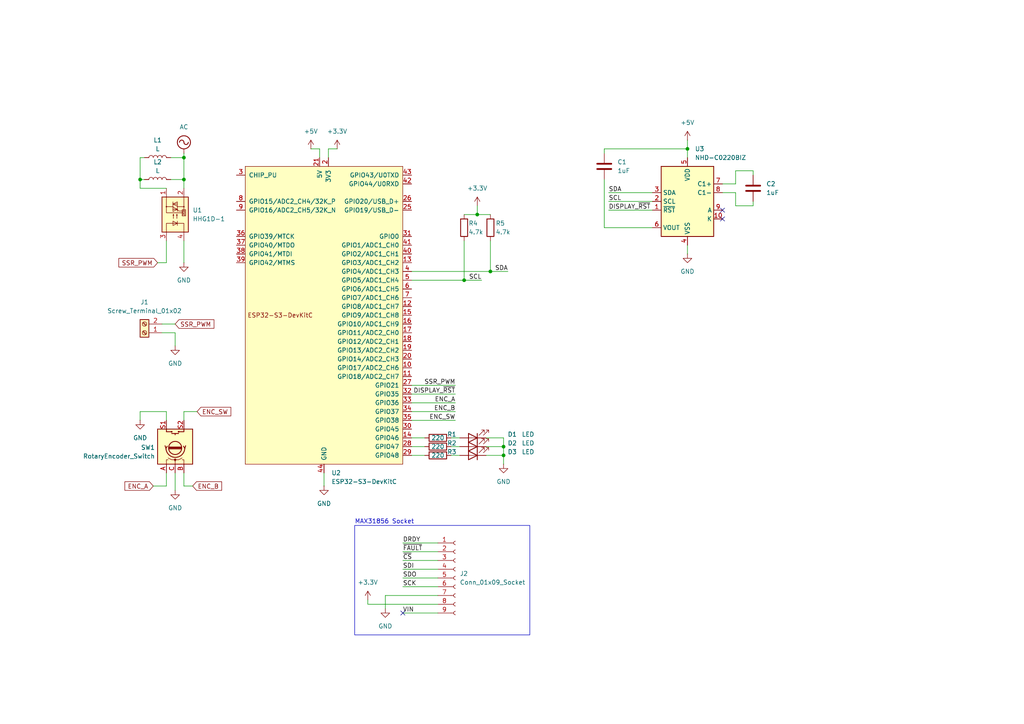
<source format=kicad_sch>
(kicad_sch (version 20250114) (generator "eeschema") (generator_version "9.0")
  (paper "A4")
  (lib_symbols
    (symbol "Connector:Conn_01x09_Socket" (pin_names (offset 1.016) (hide yes))
      (property "Reference" "J" (at 0 12.7 0))
      (property "Value" "Conn_01x09_Socket" (at 0 -12.7 0))
      (symbol "Conn_01x09_Socket_1_1"
        (polyline (pts (xy -1.27 10.16) (xy -0.508 10.16)) (stroke (width 0.1524)))
        (polyline (pts (xy -1.27 7.62) (xy -0.508 7.62)) (stroke (width 0.1524)))
        (polyline (pts (xy -1.27 5.08) (xy -0.508 5.08)) (stroke (width 0.1524)))
        (polyline (pts (xy -1.27 2.54) (xy -0.508 2.54)) (stroke (width 0.1524)))
        (polyline (pts (xy -1.27 0) (xy -0.508 0)) (stroke (width 0.1524)))
        (polyline (pts (xy -1.27 -2.54) (xy -0.508 -2.54)) (stroke (width 0.1524)))
        (polyline (pts (xy -1.27 -5.08) (xy -0.508 -5.08)) (stroke (width 0.1524)))
        (polyline (pts (xy -1.27 -7.62) (xy -0.508 -7.62)) (stroke (width 0.1524)))
        (polyline (pts (xy -1.27 -10.16) (xy -0.508 -10.16)) (stroke (width 0.1524)))
        (arc (start 0 9.652) (mid -0.5058 10.16) (end 0 10.668) (stroke (width 0.1524)))
        (arc (start 0 7.112) (mid -0.5058 7.62) (end 0 8.128) (stroke (width 0.1524)))
        (arc (start 0 4.572) (mid -0.5058 5.08) (end 0 5.588) (stroke (width 0.1524)))
        (arc (start 0 2.032) (mid -0.5058 2.54) (end 0 3.048) (stroke (width 0.1524)))
        (arc (start 0 -0.508) (mid -0.5058 0) (end 0 0.508) (stroke (width 0.1524)))
        (arc (start 0 -3.048) (mid -0.5058 -2.54) (end 0 -2.032) (stroke (width 0.1524)))
        (arc (start 0 -5.588) (mid -0.5058 -5.08) (end 0 -4.572) (stroke (width 0.1524)))
        (arc (start 0 -8.128) (mid -0.5058 -7.62) (end 0 -7.112) (stroke (width 0.1524)))
        (arc (start 0 -10.668) (mid -0.5058 -10.16) (end 0 -9.652) (stroke (width 0.1524)))
        (pin passive line (at -5.08 10.16 0) (length 3.81) (name "Pin_1") (number "1"))
        (pin passive line (at -5.08 7.62 0) (length 3.81) (name "Pin_2") (number "2"))
        (pin passive line (at -5.08 5.08 0) (length 3.81) (name "Pin_3") (number "3"))
        (pin passive line (at -5.08 2.54 0) (length 3.81) (name "Pin_4") (number "4"))
        (pin passive line (at -5.08 0 0) (length 3.81) (name "Pin_5") (number "5"))
        (pin passive line (at -5.08 -2.54 0) (length 3.81) (name "Pin_6") (number "6"))
        (pin passive line (at -5.08 -5.08 0) (length 3.81) (name "Pin_7") (number "7"))
        (pin passive line (at -5.08 -7.62 0) (length 3.81) (name "Pin_8") (number "8"))
        (pin passive line (at -5.08 -10.16 0) (length 3.81) (name "Pin_9") (number "9"))
      )
    )
    (symbol "Connector:Screw_Terminal_01x02" (pin_names (offset 1.016) (hide yes))
      (property "Reference" "J" (at 0 2.54 0))
      (property "Value" "Screw_Terminal_01x02" (at 0 -5.08 0))
      (symbol "Screw_Terminal_01x02_1_1"
        (rectangle (start -1.27 1.27) (end 1.27 -3.81) (stroke (width 0.254)) (fill (type background)))
        (polyline (pts (xy -0.5334 0.3302) (xy 0.3302 -0.508)) (stroke (width 0.1524)))
        (polyline (pts (xy -0.5334 -2.2098) (xy 0.3302 -3.048)) (stroke (width 0.1524)))
        (polyline (pts (xy -0.3556 0.508) (xy 0.508 -0.3302)) (stroke (width 0.1524)))
        (polyline (pts (xy -0.3556 -2.032) (xy 0.508 -2.8702)) (stroke (width 0.1524)))
        (circle (center 0 0) (radius 0.635) (stroke (width 0.1524)))
        (circle (center 0 -2.54) (radius 0.635) (stroke (width 0.1524)))
        (pin passive line (at -5.08 0 0) (length 3.81) (name "Pin_1") (number "1"))
        (pin passive line (at -5.08 -2.54 0) (length 3.81) (name "Pin_2") (number "2"))
      )
    )
    (symbol "Device:C" (pin_numbers (hide yes)) (pin_names (offset 0.254))
      (property "Reference" "C" (at 0.635 2.54 0))
      (property "Value" "C" (at 0.635 -2.54 0))
      (symbol "C_0_1"
        (polyline (pts (xy -2.032 0.762) (xy 2.032 0.762)) (stroke (width 0.508)))
        (polyline (pts (xy -2.032 -0.762) (xy 2.032 -0.762)) (stroke (width 0.508)))
      )
      (symbol "C_1_1"
        (pin passive line (at 0 3.81 270) (length 2.794) (name "~") (number "1"))
        (pin passive line (at 0 -3.81 90) (length 2.794) (name "~") (number "2"))
      )
    )
    (symbol "Device:L" (pin_numbers (hide yes)) (pin_names (offset 1.016) (hide yes))
      (property "Reference" "L" (at -1.27 0 90))
      (property "Value" "L" (at 1.905 0 90))
      (symbol "L_0_1"
        (arc (start 0 2.54) (mid 0.6323 1.905) (end 0 1.27))
        (arc (start 0 1.27) (mid 0.6323 0.635) (end 0 0))
        (arc (start 0 0) (mid 0.6323 -0.635) (end 0 -1.27))
        (arc (start 0 -1.27) (mid 0.6323 -1.905) (end 0 -2.54))
      )
      (symbol "L_1_1"
        (pin passive line (at 0 3.81 270) (length 1.27) (name "1") (number "1"))
        (pin passive line (at 0 -3.81 90) (length 1.27) (name "2") (number "2"))
      )
    )
    (symbol "Device:LED" (pin_numbers (hide yes)) (pin_names (offset 1.016) (hide yes))
      (property "Reference" "D" (at 0 2.54 0))
      (property "Value" "LED" (at 0 -2.54 0))
      (symbol "LED_0_1"
        (polyline (pts (xy -3.048 -0.762) (xy -4.572 -2.286) (xy -3.81 -2.286) (xy -4.572 -2.286) (xy -4.572 -1.524)))
        (polyline (pts (xy -1.778 -0.762) (xy -3.302 -2.286) (xy -2.54 -2.286) (xy -3.302 -2.286) (xy -3.302 -1.524)))
        (polyline (pts (xy -1.27 0) (xy 1.27 0)))
        (polyline (pts (xy -1.27 -1.27) (xy -1.27 1.27)) (stroke (width 0.254)))
        (polyline (pts (xy 1.27 -1.27) (xy 1.27 1.27) (xy -1.27 0) (xy 1.27 -1.27)) (stroke (width 0.254)))
      )
      (symbol "LED_1_1"
        (pin passive line (at -3.81 0 0) (length 2.54) (name "K") (number "1"))
        (pin passive line (at 3.81 0 180) (length 2.54) (name "A") (number "2"))
      )
    )
    (symbol "Device:R" (pin_numbers (hide yes)) (pin_names (offset 0))
      (property "Reference" "R" (at 2.032 0 90))
      (property "Value" "R" (at 0 0 90))
      (symbol "R_0_1"
        (rectangle (start -1.016 -2.54) (end 1.016 2.54) (stroke (width 0.254)))
      )
      (symbol "R_1_1"
        (pin passive line (at 0 3.81 270) (length 1.27) (name "~") (number "1"))
        (pin passive line (at 0 -3.81 90) (length 1.27) (name "~") (number "2"))
      )
    )
    (symbol "Device:RotaryEncoder_Switch" (pin_names (offset 0.254) (hide yes))
      (property "Reference" "SW" (at 0 6.604 0))
      (property "Value" "RotaryEncoder_Switch" (at 0 -6.604 0))
      (symbol "RotaryEncoder_Switch_0_1"
        (rectangle (start -5.08 5.08) (end 5.08 -5.08) (stroke (width 0.254)) (fill (type background)))
        (polyline (pts (xy -5.08 2.54) (xy -3.81 2.54) (xy -3.81 2.032)))
        (polyline (pts (xy -5.08 0) (xy -3.81 0) (xy -3.81 -1.016) (xy -3.302 -2.032)))
        (polyline (pts (xy -5.08 -2.54) (xy -3.81 -2.54) (xy -3.81 -2.032)))
        (polyline (pts (xy -4.318 0) (xy -3.81 0) (xy -3.81 1.016) (xy -3.302 2.032)))
        (circle (center -3.81 0) (radius 0.254) (fill (type outline)))
        (polyline (pts (xy -0.635 -1.778) (xy -0.635 1.778)) (stroke (width 0.254)))
        (circle (center -0.381 0) (radius 1.905) (stroke (width 0.254)))
        (polyline (pts (xy -0.381 -1.778) (xy -0.381 1.778)) (stroke (width 0.254)))
        (arc (start -0.381 -2.794) (mid -3.0988 -0.0635) (end -0.381 2.667) (stroke (width 0.254)))
        (polyline (pts (xy -0.127 1.778) (xy -0.127 -1.778)) (stroke (width 0.254)))
        (polyline (pts (xy 0.254 2.921) (xy -0.508 2.667) (xy 0.127 2.286)) (stroke (width 0.254)))
        (polyline (pts (xy 0.254 -3.048) (xy -0.508 -2.794) (xy 0.127 -2.413)) (stroke (width 0.254)))
        (polyline (pts (xy 3.81 1.016) (xy 3.81 -1.016)) (stroke (width 0.254)))
        (polyline (pts (xy 3.81 0) (xy 3.429 0)) (stroke (width 0.254)))
        (circle (center 4.318 1.016) (radius 0.127) (stroke (width 0.254)))
        (circle (center 4.318 -1.016) (radius 0.127) (stroke (width 0.254)))
        (polyline (pts (xy 5.08 2.54) (xy 4.318 2.54) (xy 4.318 1.016)) (stroke (width 0.254)))
        (polyline (pts (xy 5.08 -2.54) (xy 4.318 -2.54) (xy 4.318 -1.016)) (stroke (width 0.254)))
      )
      (symbol "RotaryEncoder_Switch_1_1"
        (pin passive line (at -7.62 2.54 0) (length 2.54) (name "A") (number "A"))
        (pin passive line (at -7.62 0 0) (length 2.54) (name "C") (number "C"))
        (pin passive line (at -7.62 -2.54 0) (length 2.54) (name "B") (number "B"))
        (pin passive line (at 7.62 2.54 180) (length 2.54) (name "S1") (number "S1"))
        (pin passive line (at 7.62 -2.54 180) (length 2.54) (name "S2") (number "S2"))
      )
    )
    (symbol "Display_Character:NHD-C0220BIZ"
      (property "Reference" "U" (at -6.35 11.43 0))
      (property "Value" "NHD-C0220BIZ" (at 8.89 11.43 0))
      (symbol "NHD-C0220BIZ_0_1"
        (rectangle (start -7.62 10.16) (end 7.62 -10.16) (stroke (width 0.254)) (fill (type background)))
      )
      (symbol "NHD-C0220BIZ_1_1"
        (pin bidirectional line (at -10.16 2.54 0) (length 2.54) (name "SDA") (number "3"))
        (pin input line (at -10.16 0 0) (length 2.54) (name "SCL") (number "2"))
        (pin input line (at -10.16 -2.54 0) (length 2.54) (name "~{RST}") (number "1"))
        (pin passive line (at -10.16 -7.62 0) (length 2.54) (name "VOUT") (number "6"))
        (pin power_in line (at 0 12.7 270) (length 2.54) (name "VDD") (number "5"))
        (pin power_in line (at 0 -12.7 90) (length 2.54) (name "VSS") (number "4"))
        (pin passive line (at 10.16 5.08 180) (length 2.54) (name "C1+") (number "7"))
        (pin passive line (at 10.16 2.54 180) (length 2.54) (name "C1-") (number "8"))
        (pin passive line (at 10.16 -2.54 180) (length 2.54) (name "A") (number "9"))
        (pin passive line (at 10.16 -5.08 180) (length 2.54) (name "K") (number "10"))
      )
    )
    (symbol "PCM_Espressif:ESP32-S3-DevKitC" (pin_names (offset 1.016))
      (property "Reference" "U" (at -22.86 48.26 0))
      (property "Value" "ESP32-S3-DevKitC" (at -22.86 45.72 0))
      (symbol "ESP32-S3-DevKitC_0_0"
        (text "ESP32-S3-DevKitC" (at -12.7 0 0) (effects (font (size 1.27 1.27))))
        (pin bidirectional line (at -25.4 15.24 0) (length 2.54) (name "GPIO42/MTMS") (number "39"))
        (pin power_in line (at 0 -45.72 90) (length 2.54) (name "GND") (number "44"))
        (pin bidirectional line (at 25.4 40.64 180) (length 2.54) (name "GPIO43/U0TXD") (number "43"))
        (pin bidirectional line (at 25.4 38.1 180) (length 2.54) (name "GPIO44/U0RXD") (number "42"))
        (pin bidirectional line (at 25.4 20.32 180) (length 2.54) (name "GPIO1/ADC1_CH0") (number "41"))
        (pin bidirectional line (at 25.4 17.78 180) (length 2.54) (name "GPIO2/ADC1_CH1") (number "40"))
        (pin bidirectional line (at 25.4 -10.16 180) (length 2.54) (name "GPIO13/ADC2_CH2") (number "19"))
        (pin bidirectional line (at 25.4 -35.56 180) (length 2.54) (name "GPIO46") (number "14"))
      )
      (symbol "ESP32-S3-DevKitC_0_1"
        (rectangle (start -22.86 43.18) (end 22.86 -43.18) (fill (type background)))
        (pin power_in line (at 1.27 45.72 270) (length 2.54) (name "3V3") (number "2"))
      )
      (symbol "ESP32-S3-DevKitC_1_1"
        (pin input line (at -25.4 40.64 0) (length 2.54) (name "CHIP_PU") (number "3"))
        (pin bidirectional line (at -25.4 33.02 0) (length 2.54) (name "GPIO15/ADC2_CH4/32K_P") (number "8"))
        (pin bidirectional line (at -25.4 30.48 0) (length 2.54) (name "GPIO16/ADC2_CH5/32K_N") (number "9"))
        (pin bidirectional line (at -25.4 22.86 0) (length 2.54) (name "GPIO39/MTCK") (number "36"))
        (pin bidirectional line (at -25.4 20.32 0) (length 2.54) (name "GPIO40/MTDO") (number "37"))
        (pin bidirectional line (at -25.4 17.78 0) (length 2.54) (name "GPIO41/MTDI") (number "38"))
        (pin power_in line (at -1.27 45.72 270) (length 2.54) (name "5V") (number "21"))
        (pin passive line (at 0 -45.72 90) (length 2.54) (hide yes) (name "GND") (number "22"))
        (pin passive line (at 0 -45.72 90) (length 2.54) (hide yes) (name "GND") (number "23"))
        (pin passive line (at 0 -45.72 90) (length 2.54) (hide yes) (name "GND") (number "24"))
        (pin passive line (at 1.27 45.72 270) (length 2.54) (hide yes) (name "3V3") (number "1"))
        (pin bidirectional line (at 25.4 33.02 180) (length 2.54) (name "GPIO20/USB_D+") (number "26"))
        (pin bidirectional line (at 25.4 30.48 180) (length 2.54) (name "GPIO19/USB_D-") (number "25"))
        (pin bidirectional line (at 25.4 22.86 180) (length 2.54) (name "GPIO0") (number "31"))
        (pin bidirectional line (at 25.4 15.24 180) (length 2.54) (name "GPIO3/ADC1_CH2") (number "13"))
        (pin bidirectional line (at 25.4 12.7 180) (length 2.54) (name "GPIO4/ADC1_CH3") (number "4"))
        (pin bidirectional line (at 25.4 10.16 180) (length 2.54) (name "GPIO5/ADC1_CH4") (number "5"))
        (pin bidirectional line (at 25.4 7.62 180) (length 2.54) (name "GPIO6/ADC1_CH5") (number "6"))
        (pin bidirectional line (at 25.4 5.08 180) (length 2.54) (name "GPIO7/ADC1_CH6") (number "7"))
        (pin bidirectional line (at 25.4 2.54 180) (length 2.54) (name "GPIO8/ADC1_CH7") (number "12"))
        (pin bidirectional line (at 25.4 0 180) (length 2.54) (name "GPIO9/ADC1_CH8") (number "15"))
        (pin bidirectional line (at 25.4 -2.54 180) (length 2.54) (name "GPIO10/ADC1_CH9") (number "16"))
        (pin bidirectional line (at 25.4 -5.08 180) (length 2.54) (name "GPIO11/ADC2_CH0") (number "17"))
        (pin bidirectional line (at 25.4 -7.62 180) (length 2.54) (name "GPIO12/ADC2_CH1") (number "18"))
        (pin bidirectional line (at 25.4 -12.7 180) (length 2.54) (name "GPIO14/ADC2_CH3") (number "20"))
        (pin bidirectional line (at 25.4 -15.24 180) (length 2.54) (name "GPIO17/ADC2_CH6") (number "10"))
        (pin bidirectional line (at 25.4 -17.78 180) (length 2.54) (name "GPIO18/ADC2_CH7") (number "11"))
        (pin bidirectional line (at 25.4 -20.32 180) (length 2.54) (name "GPIO21") (number "27"))
        (pin bidirectional line (at 25.4 -22.86 180) (length 2.54) (name "GPIO35") (number "32"))
        (pin bidirectional line (at 25.4 -25.4 180) (length 2.54) (name "GPIO36") (number "33"))
        (pin bidirectional line (at 25.4 -27.94 180) (length 2.54) (name "GPIO37") (number "34"))
        (pin bidirectional line (at 25.4 -30.48 180) (length 2.54) (name "GPIO38") (number "35"))
        (pin bidirectional line (at 25.4 -33.02 180) (length 2.54) (name "GPIO45") (number "30"))
        (pin bidirectional line (at 25.4 -38.1 180) (length 2.54) (name "GPIO47") (number "28"))
        (pin bidirectional line (at 25.4 -40.64 180) (length 2.54) (name "GPIO48") (number "29"))
      )
    )
    (symbol "Relay_SolidState:HHG1D-1"
      (property "Reference" "U" (at -5.08 5.08 0))
      (property "Value" "HHG1D-1" (at 0 5.08 0))
      (symbol "HHG1D-1_0_0"
        (rectangle (start -0.381 -2.032) (end 1.397 -3.048))
        (polyline (pts (xy 1.524 -0.635) (xy 1.016 -1.016) (xy 1.016 -2.032)))
        (polyline (pts (xy 2.286 -2.54) (xy 1.397 -2.54)))
        (text "ZCD" (at 0.508 -2.54 0) (effects (font (size 0.508 0.508))))
      )
      (symbol "HHG1D-1_0_1"
        (rectangle (start -5.08 3.81) (end 5.08 -3.81) (stroke (width 0.254)) (fill (type background)))
        (polyline (pts (xy -5.08 2.54) (xy -2.54 2.54) (xy -2.54 -2.54) (xy -5.08 -2.54)))
        (polyline (pts (xy -3.175 -0.635) (xy -1.905 -0.635)))
        (polyline (pts (xy -2.54 -0.635) (xy -3.175 0.635) (xy -1.905 0.635) (xy -2.54 -0.635)))
        (polyline (pts (xy -1.143 0.508) (xy 0.127 0.508) (xy -0.254 0.381) (xy -0.254 0.635) (xy 0.127 0.508)))
        (polyline (pts (xy -1.143 -0.508) (xy 0.127 -0.508) (xy -0.254 -0.635) (xy -0.254 -0.381) (xy 0.127 -0.508)))
        (polyline (pts (xy 0.889 -0.635) (xy 3.683 -0.635) (xy 3.048 0.635) (xy 2.413 -0.635)))
        (polyline (pts (xy 1.524 -0.635) (xy 1.524 0.635)))
        (polyline (pts (xy 2.286 2.54) (xy 0.508 2.54) (xy 0.508 -2.032)))
        (circle (center 2.286 2.54) (radius 0.127))
        (polyline (pts (xy 2.286 0.635) (xy 2.286 2.54) (xy 5.08 2.54)))
        (polyline (pts (xy 2.286 -0.635) (xy 2.286 -2.54) (xy 5.08 -2.54)))
        (circle (center 2.286 -2.54) (radius 0.127))
        (polyline (pts (xy 3.048 0.635) (xy 3.048 -0.635)))
        (polyline (pts (xy 3.683 0.635) (xy 0.889 0.635) (xy 1.524 -0.635) (xy 2.159 0.635)))
      )
      (symbol "HHG1D-1_1_1"
        (pin passive line (at -7.62 2.54 0) (length 2.54) (name "~") (number "3"))
        (pin passive line (at -7.62 -2.54 0) (length 2.54) (name "~") (number "4"))
        (pin passive line (at 7.62 2.54 180) (length 2.54) (name "~") (number "1"))
        (pin passive line (at 7.62 -2.54 180) (length 2.54) (name "~") (number "2"))
      )
    )
    (symbol "power:+3.3V" (power) (pin_numbers (hide yes)) (pin_names (offset 0) (hide yes))
      (property "Value" "+3.3V" (at 0 3.556 0))
      (symbol "+3.3V_0_1"
        (polyline (pts (xy -0.762 1.27) (xy 0 2.54)))
        (polyline (pts (xy 0 2.54) (xy 0.762 1.27)))
        (polyline (pts (xy 0 0) (xy 0 2.54)))
      )
      (symbol "+3.3V_1_1"
        (pin power_in line (at 0 0 90) (length 0) (name "~") (number "1"))
      )
    )
    (symbol "power:+5V" (power) (pin_numbers (hide yes)) (pin_names (offset 0) (hide yes))
      (property "Value" "+5V" (at 0 3.556 0))
      (symbol "+5V_0_1"
        (polyline (pts (xy -0.762 1.27) (xy 0 2.54)))
        (polyline (pts (xy 0 2.54) (xy 0.762 1.27)))
        (polyline (pts (xy 0 0) (xy 0 2.54)))
      )
      (symbol "+5V_1_1"
        (pin power_in line (at 0 0 90) (length 0) (name "~") (number "1"))
      )
    )
    (symbol "power:AC" (power) (pin_numbers (hide yes)) (pin_names (offset 0) (hide yes))
      (property "Value" "AC" (at 0 6.35 0))
      (symbol "AC_0_1"
        (arc (start -1.27 3.175) (mid -0.635 3.8073) (end 0 3.175) (stroke (width 0.254)))
        (circle (center 0 3.175) (radius 1.905) (stroke (width 0.254)))
        (polyline (pts (xy 0 0) (xy 0 1.27)))
        (arc (start 1.27 3.175) (mid 0.635 2.5427) (end 0 3.175) (stroke (width 0.254)))
      )
      (symbol "AC_1_1"
        (pin power_in line (at 0 0 90) (length 0) (name "~") (number "1"))
      )
    )
    (symbol "power:GND" (power) (pin_numbers (hide yes)) (pin_names (offset 0) (hide yes))
      (property "Value" "GND" (at 0 -3.81 0))
      (symbol "GND_0_1"
        (polyline (pts (xy 0 0) (xy 0 -1.27) (xy 1.27 -1.27) (xy 0 -2.54) (xy -1.27 -1.27) (xy 0 -1.27)))
      )
      (symbol "GND_1_1"
        (pin power_in line (at 0 0 270) (length 0) (name "~") (number "1"))
      )
    )
  )
  (rectangle (start 102.87 152.4) (end 153.67 184.15))
  (text "MAX31856 Socket" (at 111.506 151.384 0) (effects (font (size 1.27 1.27))))
  (junction (at 138.43 62.23))
  (junction (at 53.34 45.72))
  (junction (at 142.24 78.74))
  (junction (at 146.05 132.08))
  (junction (at 40.64 52.07))
  (junction (at 134.62 81.28))
  (junction (at 53.34 52.07))
  (junction (at 199.39 43.18))
  (junction (at 146.05 129.54))
  (no_connect (at 116.84 177.8))
  (no_connect (at 209.55 60.96))
  (no_connect (at 209.55 63.5))
  (wire (pts (xy 134.62 62.23) (xy 138.43 62.23)))
  (wire (pts (xy 48.26 140.97) (xy 44.45 140.97)))
  (wire (pts (xy 119.38 129.54) (xy 123.19 129.54)))
  (wire (pts (xy 218.44 59.69) (xy 218.44 58.42)))
  (wire (pts (xy 130.81 127) (xy 133.35 127)))
  (wire (pts (xy 213.36 59.69) (xy 218.44 59.69)))
  (wire (pts (xy 134.62 81.28) (xy 139.7 81.28)))
  (wire (pts (xy 111.76 172.72) (xy 111.76 176.53)))
  (wire (pts (xy 218.44 49.53) (xy 218.44 50.8)))
  (wire (pts (xy 46.99 96.52) (xy 50.8 96.52)))
  (wire (pts (xy 40.64 52.07) (xy 40.64 45.72)))
  (wire (pts (xy 130.81 132.08) (xy 133.35 132.08)))
  (wire (pts (xy 93.98 137.16) (xy 93.98 140.97)))
  (wire (pts (xy 199.39 40.64) (xy 199.39 43.18)))
  (wire (pts (xy 116.84 160.02) (xy 127 160.02)))
  (wire (pts (xy 95.25 43.18) (xy 97.79 43.18)))
  (wire (pts (xy 49.53 45.72) (xy 53.34 45.72)))
  (wire (pts (xy 106.68 175.26) (xy 106.68 173.99)))
  (wire (pts (xy 53.34 119.38) (xy 57.15 119.38)))
  (wire (pts (xy 40.64 119.38) (xy 48.26 119.38)))
  (wire (pts (xy 48.26 119.38) (xy 48.26 121.92)))
  (wire (pts (xy 209.55 53.34) (xy 213.36 53.34)))
  (wire (pts (xy 119.38 121.92) (xy 132.08 121.92)))
  (wire (pts (xy 92.71 43.18) (xy 90.17 43.18)))
  (wire (pts (xy 50.8 137.16) (xy 50.8 142.24)))
  (wire (pts (xy 116.84 157.48) (xy 127 157.48)))
  (wire (pts (xy 199.39 71.12) (xy 199.39 73.66)))
  (wire (pts (xy 119.38 78.74) (xy 142.24 78.74)))
  (wire (pts (xy 53.34 140.97) (xy 55.88 140.97)))
  (wire (pts (xy 119.38 81.28) (xy 134.62 81.28)))
  (wire (pts (xy 40.64 52.07) (xy 41.91 52.07)))
  (wire (pts (xy 92.71 45.72) (xy 92.71 43.18)))
  (wire (pts (xy 116.84 167.64) (xy 127 167.64)))
  (wire (pts (xy 50.8 96.52) (xy 50.8 100.33)))
  (wire (pts (xy 175.26 52.07) (xy 175.26 66.04)))
  (wire (pts (xy 48.26 137.16) (xy 48.26 140.97)))
  (wire (pts (xy 142.24 78.74) (xy 147.32 78.74)))
  (wire (pts (xy 53.34 121.92) (xy 53.34 119.38)))
  (wire (pts (xy 116.84 165.1) (xy 127 165.1)))
  (wire (pts (xy 209.55 55.88) (xy 213.36 55.88)))
  (wire (pts (xy 175.26 66.04) (xy 189.23 66.04)))
  (wire (pts (xy 138.43 62.23) (xy 142.24 62.23)))
  (wire (pts (xy 213.36 55.88) (xy 213.36 59.69)))
  (wire (pts (xy 53.34 44.45) (xy 53.34 45.72)))
  (wire (pts (xy 142.24 69.85) (xy 142.24 78.74)))
  (wire (pts (xy 176.53 60.96) (xy 189.23 60.96)))
  (wire (pts (xy 213.36 49.53) (xy 218.44 49.53)))
  (wire (pts (xy 176.53 58.42) (xy 189.23 58.42)))
  (wire (pts (xy 213.36 53.34) (xy 213.36 49.53)))
  (wire (pts (xy 40.64 54.61) (xy 48.26 54.61)))
  (wire (pts (xy 40.64 45.72) (xy 41.91 45.72)))
  (wire (pts (xy 134.62 69.85) (xy 134.62 81.28)))
  (wire (pts (xy 45.72 76.2) (xy 48.26 76.2)))
  (wire (pts (xy 119.38 119.38) (xy 132.08 119.38)))
  (wire (pts (xy 175.26 43.18) (xy 175.26 44.45)))
  (wire (pts (xy 53.34 69.85) (xy 53.34 76.2)))
  (wire (pts (xy 53.34 137.16) (xy 53.34 140.97)))
  (wire (pts (xy 146.05 129.54) (xy 140.97 129.54)))
  (wire (pts (xy 40.64 121.92) (xy 40.64 119.38)))
  (wire (pts (xy 116.84 177.8) (xy 127 177.8)))
  (wire (pts (xy 138.43 62.23) (xy 138.43 59.69)))
  (wire (pts (xy 119.38 114.3) (xy 132.08 114.3)))
  (wire (pts (xy 146.05 132.08) (xy 146.05 134.62)))
  (wire (pts (xy 53.34 52.07) (xy 53.34 54.61)))
  (wire (pts (xy 111.76 172.72) (xy 127 172.72)))
  (wire (pts (xy 48.26 76.2) (xy 48.26 69.85)))
  (wire (pts (xy 116.84 170.18) (xy 127 170.18)))
  (wire (pts (xy 49.53 52.07) (xy 53.34 52.07)))
  (wire (pts (xy 130.81 129.54) (xy 133.35 129.54)))
  (wire (pts (xy 119.38 132.08) (xy 123.19 132.08)))
  (wire (pts (xy 176.53 55.88) (xy 189.23 55.88)))
  (wire (pts (xy 146.05 127) (xy 140.97 127)))
  (wire (pts (xy 146.05 129.54) (xy 146.05 132.08)))
  (wire (pts (xy 146.05 129.54) (xy 146.05 127)))
  (wire (pts (xy 119.38 127) (xy 123.19 127)))
  (wire (pts (xy 40.64 54.61) (xy 40.64 52.07)))
  (wire (pts (xy 119.38 116.84) (xy 132.08 116.84)))
  (wire (pts (xy 46.99 93.98) (xy 50.8 93.98)))
  (wire (pts (xy 175.26 43.18) (xy 199.39 43.18)))
  (wire (pts (xy 199.39 43.18) (xy 199.39 45.72)))
  (wire (pts (xy 53.34 45.72) (xy 53.34 52.07)))
  (wire (pts (xy 146.05 132.08) (xy 140.97 132.08)))
  (wire (pts (xy 119.38 111.76) (xy 132.08 111.76)))
  (wire (pts (xy 95.25 45.72) (xy 95.25 43.18)))
  (wire (pts (xy 116.84 162.56) (xy 127 162.56)))
  (wire (pts (xy 106.68 175.26) (xy 127 175.26)))
  (label "~{CS}" (at 116.84 162.56 0))
  (label "SCL" (at 176.53 58.42 0))
  (label "ENC_B" (at 132.08 119.38 180))
  (label "ENC_A" (at 132.08 116.84 180))
  (label "SCK" (at 116.84 170.18 0))
  (label "DISPLAY_~{RST}" (at 132.08 114.3 180))
  (label "DRDY" (at 116.84 157.48 0))
  (label "SDO" (at 116.84 167.64 0))
  (label "SDI" (at 116.84 165.1 0))
  (label "DISPLAY_~{RST}" (at 176.53 60.96 0))
  (label "SCL" (at 139.7 81.28 180))
  (label "SDA" (at 176.53 55.88 0))
  (label "SSR_PWM" (at 132.08 111.76 180))
  (label "ENC_SW" (at 132.08 121.92 180))
  (label "VIN" (at 116.84 177.8 0))
  (label "SDA" (at 147.32 78.74 180))
  (label "~{FAULT}" (at 116.84 160.02 0))
  (global_label "ENC_SW" (shape input) (at 57.15 119.38 0) (property "Intersheetrefs" "${INTERSHEET_REFS}" (effects (hide yes))))
  (global_label "ENC_A" (shape input) (at 44.45 140.97 180) (property "Intersheetrefs" "${INTERSHEET_REFS}" (effects (hide yes))))
  (global_label "SSR_PWM" (shape input) (at 50.8 93.98 0) (property "Intersheetrefs" "${INTERSHEET_REFS}" (effects (hide yes))))
  (global_label "ENC_B" (shape input) (at 55.88 140.97 0) (property "Intersheetrefs" "${INTERSHEET_REFS}" (effects (hide yes))))
  (global_label "SSR_PWM" (shape input) (at 45.72 76.2 180) (property "Intersheetrefs" "${INTERSHEET_REFS}" (effects (hide yes))))
  (symbol (lib_id "Device:RotaryEncoder_Switch") (at 50.8 129.54 90) (unit 1)
    (property "Reference" "SW1" (at 44.958 129.794 90) (effects (justify left)))
    (property "Value" "RotaryEncoder_Switch" (at 44.958 132.334 90) (effects (justify left)))
    (property "Footprint" "!footprints:PEC164120FS0012" (effects (hide yes)))
    (property "Description" "Rotary encoder, dual channel, incremental quadrate outputs, with switch" (effects (hide yes)))
  )
  (symbol (lib_id "power:GND") (at 146.05 134.62 0) (unit 1)
    (property "Reference" "#PWR012" (effects (hide yes)))
    (property "Value" "GND" (at 146.05 139.7 0))
    (property "Description" "Power symbol creates a global label with name \"GND\" , ground" (effects (hide yes)))
  )
  (symbol (lib_id "Device:R") (at 127 127 90) (unit 1)
    (property "Reference" "R1" (at 131.064 125.984 90))
    (property "Value" "220" (at 127 127 90))
    (property "Footprint" "Resistor_SMD:R_0805_2012Metric_Pad1.20x1.40mm_HandSolder" (effects (hide yes)))
    (property "Description" "Resistor" (effects (hide yes)))
  )
  (symbol (lib_id "Connector:Screw_Terminal_01x02") (at 41.91 96.52 180) (unit 1)
    (property "Reference" "J1" (at 41.91 87.63 0))
    (property "Value" "Screw_Terminal_01x02" (at 41.91 90.17 0))
    (property "Footprint" "phoenix_footprints:TE_282837-2" (effects (hide yes)))
    (property "Description" "Generic screw terminal, single row, 01x02, script generated (kicad-library-utils/schlib/autogen/connector/)" (effects (hide yes)))
  )
  (symbol (lib_id "Device:C") (at 218.44 54.61 0) (unit 1)
    (property "Reference" "C2" (at 222.25 53.3399 0) (effects (justify left)))
    (property "Value" "1uF" (at 222.25 55.8799 0) (effects (justify left)))
    (property "Footprint" "Capacitor_SMD:C_0805_2012Metric" (effects (hide yes)))
    (property "Description" "Unpolarized capacitor" (effects (hide yes)))
  )
  (symbol (lib_id "Device:L") (at 45.72 52.07 90) (unit 1) (on_board no)
    (property "Reference" "L2" (at 45.72 46.99 90))
    (property "Value" "L" (at 45.72 49.53 90))
    (property "Description" "Inductor" (effects (hide yes)))
  )
  (symbol (lib_id "Device:C") (at 175.26 48.26 0) (unit 1)
    (property "Reference" "C1" (at 179.07 46.9899 0) (effects (justify left)))
    (property "Value" "1uF" (at 179.07 49.5299 0) (effects (justify left)))
    (property "Footprint" "Capacitor_SMD:C_0805_2012Metric" (effects (hide yes)))
    (property "Description" "Unpolarized capacitor" (effects (hide yes)))
  )
  (symbol (lib_id "Relay_SolidState:HHG1D-1") (at 50.8 62.23 90) (unit 1) (on_board no)
    (property "Reference" "U1" (at 55.88 60.9599 90) (effects (justify right)))
    (property "Value" "HHG1D-1" (at 55.88 63.4999 90) (effects (justify right)))
    (property "Datasheet" "https://ncr.hk/uploads/Relays/Solid_State_Relays/HHG1D-1.pdf" (effects (hide yes)))
    (property "Description" "NCR zero cross solid state relay 1A, 2A, 3A, 4A" (effects (hide yes)))
  )
  (symbol (lib_id "power:GND") (at 199.39 73.66 0) (unit 1)
    (property "Reference" "#PWR014" (effects (hide yes)))
    (property "Value" "GND" (at 199.39 78.74 0))
    (property "Description" "Power symbol creates a global label with name \"GND\" , ground" (effects (hide yes)))
  )
  (symbol (lib_id "power:+3.3V") (at 106.68 173.99 0) (unit 1)
    (property "Reference" "#PWR09" (effects (hide yes)))
    (property "Value" "+3.3V" (at 106.68 168.91 0))
    (property "Description" "Power symbol creates a global label with name \"+3.3V\"" (effects (hide yes)))
  )
  (symbol (lib_id "power:GND") (at 40.64 121.92 0) (unit 1)
    (property "Reference" "#PWR01" (effects (hide yes)))
    (property "Value" "GND" (at 40.64 127 0))
    (property "Description" "Power symbol creates a global label with name \"GND\" , ground" (effects (hide yes)))
  )
  (symbol (lib_id "power:+5V") (at 90.17 43.18 0) (unit 1)
    (property "Reference" "#PWR06" (effects (hide yes)))
    (property "Value" "+5V" (at 90.17 38.1 0))
    (property "Description" "Power symbol creates a global label with name \"+5V\"" (effects (hide yes)))
  )
  (symbol (lib_id "Device:LED") (at 137.16 127 180) (unit 1)
    (property "Reference" "D1" (at 148.59 125.984 0))
    (property "Value" "LED" (at 153.162 125.984 0))
    (property "Footprint" "Diode_SMD:D_0805_2012Metric_Pad1.15x1.40mm_HandSolder" (effects (hide yes)))
    (property "Description" "Light emitting diode" (effects (hide yes)))
    (property "Sim.Pins" "1=K 2=A" (effects (hide yes)))
  )
  (symbol (lib_id "Device:L") (at 45.72 45.72 90) (unit 1) (on_board no)
    (property "Reference" "L1" (at 45.72 40.64 90))
    (property "Value" "L" (at 45.72 43.18 90))
    (property "Description" "Inductor" (effects (hide yes)))
  )
  (symbol (lib_id "power:AC") (at 53.34 44.45 0) (unit 1)
    (property "Reference" "#PWR04" (effects (hide yes)))
    (property "Value" "AC" (at 53.34 36.83 0))
    (property "Description" "Power symbol creates a global label with name \"AC\"" (effects (hide yes)))
  )
  (symbol (lib_id "Device:LED") (at 137.16 129.54 180) (unit 1)
    (property "Reference" "D2" (at 148.59 128.524 0))
    (property "Value" "LED" (at 153.162 128.524 0))
    (property "Footprint" "Diode_SMD:D_0805_2012Metric_Pad1.15x1.40mm_HandSolder" (effects (hide yes)))
    (property "Description" "Light emitting diode" (effects (hide yes)))
    (property "Sim.Pins" "1=K 2=A" (effects (hide yes)))
  )
  (symbol (lib_id "power:GND") (at 53.34 76.2 0) (unit 1)
    (property "Reference" "#PWR05" (effects (hide yes)))
    (property "Value" "GND" (at 53.34 81.28 0))
    (property "Description" "Power symbol creates a global label with name \"GND\" , ground" (effects (hide yes)))
  )
  (symbol (lib_id "Device:R") (at 142.24 66.04 0) (unit 1)
    (property "Reference" "R5" (at 143.764 64.77 0) (effects (justify left)))
    (property "Value" "4.7k" (at 143.764 67.31 0) (effects (justify left)))
    (property "Footprint" "Resistor_SMD:R_0805_2012Metric_Pad1.20x1.40mm_HandSolder" (effects (hide yes)))
    (property "Description" "Resistor" (effects (hide yes)))
  )
  (symbol (lib_id "Device:LED") (at 137.16 132.08 180) (unit 1)
    (property "Reference" "D3" (at 148.59 131.064 0))
    (property "Value" "LED" (at 153.162 131.064 0))
    (property "Footprint" "Diode_SMD:D_0805_2012Metric_Pad1.15x1.40mm_HandSolder" (effects (hide yes)))
    (property "Description" "Light emitting diode" (effects (hide yes)))
    (property "Sim.Pins" "1=K 2=A" (effects (hide yes)))
  )
  (symbol (lib_id "Device:R") (at 127 129.54 90) (unit 1)
    (property "Reference" "R2" (at 131.064 128.524 90))
    (property "Value" "220" (at 127 129.54 90))
    (property "Footprint" "Resistor_SMD:R_0805_2012Metric_Pad1.20x1.40mm_HandSolder" (effects (hide yes)))
    (property "Description" "Resistor" (effects (hide yes)))
  )
  (symbol (lib_id "PCM_Espressif:ESP32-S3-DevKitC") (at 93.98 91.44 0) (unit 1)
    (property "Reference" "U2" (at 96.1233 137.16 0) (effects (justify left)))
    (property "Value" "ESP32-S3-DevKitC" (at 96.1233 139.7 0) (effects (justify left)))
    (property "Footprint" "PCM_Espressif:ESP32-S3-DevKitC" (effects (hide yes)))
    (property "Description" "ESP32-S3-DevKitC" (effects (hide yes)))
  )
  (symbol (lib_id "Connector:Conn_01x09_Socket") (at 132.08 167.64 0) (unit 1)
    (property "Reference" "J2" (at 133.35 166.3699 0) (effects (justify left)))
    (property "Value" "Conn_01x09_Socket" (at 133.35 168.9099 0) (effects (justify left)))
    (property "Footprint" "!footprints:MAX31856_HEADER" (effects (hide yes)))
    (property "Description" "Generic connector, single row, 01x09, script generated" (effects (hide yes)))
  )
  (symbol (lib_id "power:GND") (at 93.98 140.97 0) (unit 1)
    (property "Reference" "#PWR07" (effects (hide yes)))
    (property "Value" "GND" (at 93.98 146.05 0))
    (property "Description" "Power symbol creates a global label with name \"GND\" , ground" (effects (hide yes)))
  )
  (symbol (lib_id "power:GND") (at 50.8 100.33 0) (unit 1)
    (property "Reference" "#PWR02" (effects (hide yes)))
    (property "Value" "GND" (at 50.8 105.41 0))
    (property "Description" "Power symbol creates a global label with name \"GND\" , ground" (effects (hide yes)))
  )
  (symbol (lib_id "power:GND") (at 111.76 176.53 0) (unit 1)
    (property "Reference" "#PWR010" (effects (hide yes)))
    (property "Value" "GND" (at 111.76 181.61 0))
    (property "Description" "Power symbol creates a global label with name \"GND\" , ground" (effects (hide yes)))
  )
  (symbol (lib_id "power:GND") (at 50.8 142.24 0) (unit 1)
    (property "Reference" "#PWR03" (effects (hide yes)))
    (property "Value" "GND" (at 50.8 147.32 0))
    (property "Description" "Power symbol creates a global label with name \"GND\" , ground" (effects (hide yes)))
  )
  (symbol (lib_id "power:+5V") (at 199.39 40.64 0) (unit 1)
    (property "Reference" "#PWR013" (effects (hide yes)))
    (property "Value" "+5V" (at 199.39 35.56 0))
    (property "Description" "Power symbol creates a global label with name \"+5V\"" (effects (hide yes)))
  )
  (symbol (lib_id "Device:R") (at 127 132.08 90) (unit 1)
    (property "Reference" "R3" (at 131.064 131.064 90))
    (property "Value" "220" (at 127 132.08 90))
    (property "Footprint" "Resistor_SMD:R_0805_2012Metric_Pad1.20x1.40mm_HandSolder" (effects (hide yes)))
    (property "Description" "Resistor" (effects (hide yes)))
  )
  (symbol (lib_id "power:+3.3V") (at 97.79 43.18 0) (unit 1)
    (property "Reference" "#PWR08" (effects (hide yes)))
    (property "Value" "+3.3V" (at 97.79 38.1 0))
    (property "Description" "Power symbol creates a global label with name \"+3.3V\"" (effects (hide yes)))
  )
  (symbol (lib_id "power:+3.3V") (at 138.43 59.69 0) (unit 1)
    (property "Reference" "#PWR011" (effects (hide yes)))
    (property "Value" "+3.3V" (at 138.43 54.61 0))
    (property "Description" "Power symbol creates a global label with name \"+3.3V\"" (effects (hide yes)))
  )
  (symbol (lib_id "Device:R") (at 134.62 66.04 0) (unit 1)
    (property "Reference" "R4" (at 135.89 64.77 0) (effects (justify left)))
    (property "Value" "4.7k" (at 135.89 67.31 0) (effects (justify left)))
    (property "Footprint" "Resistor_SMD:R_0805_2012Metric_Pad1.20x1.40mm_HandSolder" (effects (hide yes)))
    (property "Description" "Resistor" (effects (hide yes)))
  )
  (symbol (lib_id "Display_Character:NHD-C0220BIZ") (at 199.39 58.42 0) (unit 1)
    (property "Reference" "U3" (at 201.5333 43.18 0) (effects (justify left)))
    (property "Value" "NHD-C0220BIZ" (at 201.5333 45.72 0) (effects (justify left)))
    (property "Footprint" "Display:NHD-C0220BiZ" (effects (hide yes)))
    (property "Datasheet" "http://www.newhavendisplay.com/specs/NHD-C0220BiZ-FSW-FBW-3V3M.pdf" (effects (hide yes)))
    (property "Description" "LCD 20x2 Alphanumeric 10pin Blue/White/Green Backlight, i2c, 3.3V VDD" (effects (hide yes)))
  )
)
</source>
